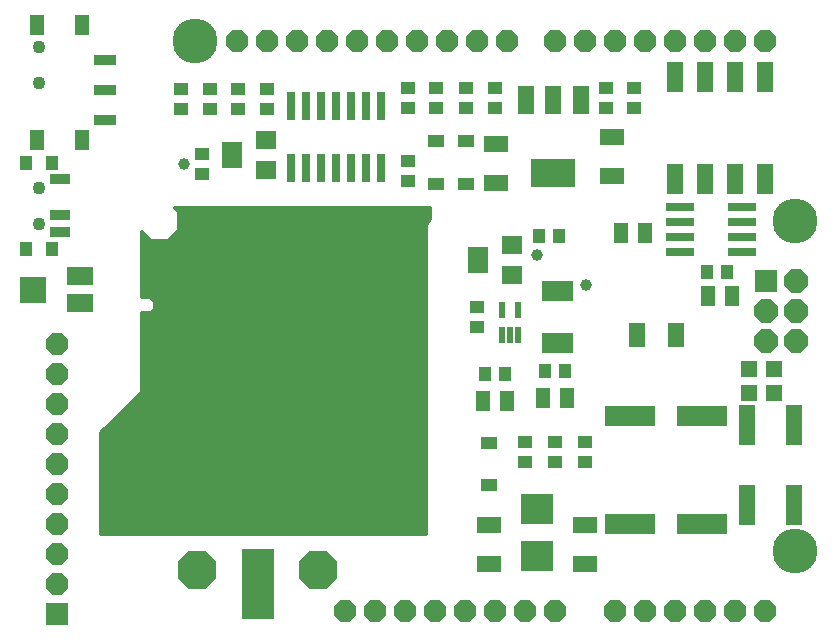
<source format=gts>
G75*
G70*
%OFA0B0*%
%FSLAX24Y24*%
%IPPOS*%
%LPD*%
%AMOC8*
5,1,8,0,0,1.08239X$1,22.5*
%
%ADD10C,0.0100*%
%ADD11R,0.0316X0.0946*%
%ADD12R,0.0867X0.0592*%
%ADD13R,0.0867X0.0867*%
%ADD14R,0.0710X0.0592*%
%ADD15R,0.0710X0.0867*%
%ADD16OC8,0.0740*%
%ADD17OC8,0.0780*%
%ADD18R,0.0780X0.0780*%
%ADD19C,0.1494*%
%ADD20R,0.1064X0.0986*%
%ADD21R,0.0500X0.0430*%
%ADD22R,0.0820X0.0560*%
%ADD23R,0.0560X0.0820*%
%ADD24R,0.1655X0.0710*%
%ADD25R,0.0946X0.0316*%
%ADD26R,0.0460X0.0680*%
%ADD27R,0.0430X0.0500*%
%ADD28R,0.0525X0.1041*%
%ADD29R,0.0220X0.0540*%
%ADD30R,0.0560X0.0440*%
%ADD31R,0.0250X0.0670*%
%ADD32C,0.0434*%
%ADD33R,0.0671X0.0356*%
%ADD34R,0.0395X0.0474*%
%ADD35OC8,0.0730*%
%ADD36R,0.0730X0.0730*%
%ADD37R,0.0749X0.0356*%
%ADD38R,0.0513X0.0690*%
%ADD39R,0.1080X0.2380*%
%ADD40OC8,0.1290*%
%ADD41C,0.0395*%
%ADD42R,0.0552X0.0552*%
%ADD43R,0.0552X0.1340*%
%ADD44R,0.0560X0.0960*%
%ADD45R,0.1497X0.0946*%
D10*
X004821Y004050D02*
X004821Y007450D01*
X006171Y008800D01*
X006171Y011450D01*
X006510Y011450D01*
X006621Y011562D01*
X006621Y011809D01*
X006480Y011950D01*
X006171Y011950D01*
X006171Y014150D01*
X006471Y013850D01*
X007071Y013850D01*
X007421Y014200D01*
X007421Y014800D01*
X007271Y014950D01*
X015821Y014950D01*
X015821Y014550D01*
X015721Y014450D01*
X015671Y014300D01*
X015671Y004050D01*
X004821Y004050D01*
X004821Y004145D02*
X015671Y004145D01*
X015671Y004243D02*
X004821Y004243D01*
X004821Y004342D02*
X015671Y004342D01*
X015671Y004440D02*
X004821Y004440D01*
X004821Y004539D02*
X015671Y004539D01*
X015671Y004637D02*
X004821Y004637D01*
X004821Y004736D02*
X015671Y004736D01*
X015671Y004834D02*
X004821Y004834D01*
X004821Y004933D02*
X015671Y004933D01*
X015671Y005031D02*
X004821Y005031D01*
X004821Y005130D02*
X015671Y005130D01*
X015671Y005228D02*
X004821Y005228D01*
X004821Y005327D02*
X015671Y005327D01*
X015671Y005425D02*
X004821Y005425D01*
X004821Y005524D02*
X015671Y005524D01*
X015671Y005622D02*
X004821Y005622D01*
X004821Y005721D02*
X015671Y005721D01*
X015671Y005819D02*
X004821Y005819D01*
X004821Y005918D02*
X015671Y005918D01*
X015671Y006016D02*
X004821Y006016D01*
X004821Y006115D02*
X015671Y006115D01*
X015671Y006213D02*
X004821Y006213D01*
X004821Y006312D02*
X015671Y006312D01*
X015671Y006410D02*
X004821Y006410D01*
X004821Y006509D02*
X015671Y006509D01*
X015671Y006607D02*
X004821Y006607D01*
X004821Y006706D02*
X015671Y006706D01*
X015671Y006804D02*
X004821Y006804D01*
X004821Y006903D02*
X015671Y006903D01*
X015671Y007001D02*
X004821Y007001D01*
X004821Y007100D02*
X015671Y007100D01*
X015671Y007198D02*
X004821Y007198D01*
X004821Y007297D02*
X015671Y007297D01*
X015671Y007395D02*
X004821Y007395D01*
X004865Y007494D02*
X015671Y007494D01*
X015671Y007592D02*
X004963Y007592D01*
X005062Y007691D02*
X015671Y007691D01*
X015671Y007789D02*
X005160Y007789D01*
X005259Y007888D02*
X015671Y007888D01*
X015671Y007986D02*
X005357Y007986D01*
X005456Y008085D02*
X015671Y008085D01*
X015671Y008183D02*
X005554Y008183D01*
X005653Y008282D02*
X015671Y008282D01*
X015671Y008380D02*
X005751Y008380D01*
X005850Y008479D02*
X015671Y008479D01*
X015671Y008577D02*
X005948Y008577D01*
X006047Y008676D02*
X015671Y008676D01*
X015671Y008774D02*
X006145Y008774D01*
X006171Y008873D02*
X015671Y008873D01*
X015671Y008971D02*
X006171Y008971D01*
X006171Y009070D02*
X015671Y009070D01*
X015671Y009168D02*
X006171Y009168D01*
X006171Y009267D02*
X015671Y009267D01*
X015671Y009365D02*
X006171Y009365D01*
X006171Y009464D02*
X015671Y009464D01*
X015671Y009562D02*
X006171Y009562D01*
X006171Y009661D02*
X015671Y009661D01*
X015671Y009759D02*
X006171Y009759D01*
X006171Y009858D02*
X015671Y009858D01*
X015671Y009956D02*
X006171Y009956D01*
X006171Y010055D02*
X015671Y010055D01*
X015671Y010153D02*
X006171Y010153D01*
X006171Y010252D02*
X015671Y010252D01*
X015671Y010350D02*
X006171Y010350D01*
X006171Y010449D02*
X015671Y010449D01*
X015671Y010547D02*
X006171Y010547D01*
X006171Y010646D02*
X015671Y010646D01*
X015671Y010744D02*
X006171Y010744D01*
X006171Y010843D02*
X015671Y010843D01*
X015671Y010941D02*
X006171Y010941D01*
X006171Y011040D02*
X015671Y011040D01*
X015671Y011138D02*
X006171Y011138D01*
X006171Y011237D02*
X015671Y011237D01*
X015671Y011335D02*
X006171Y011335D01*
X006171Y011434D02*
X015671Y011434D01*
X015671Y011532D02*
X006592Y011532D01*
X006621Y011631D02*
X015671Y011631D01*
X015671Y011729D02*
X006621Y011729D01*
X006603Y011828D02*
X015671Y011828D01*
X015671Y011926D02*
X006504Y011926D01*
X006171Y012025D02*
X015671Y012025D01*
X015671Y012123D02*
X006171Y012123D01*
X006171Y012222D02*
X015671Y012222D01*
X015671Y012320D02*
X006171Y012320D01*
X006171Y012419D02*
X015671Y012419D01*
X015671Y012517D02*
X006171Y012517D01*
X006171Y012616D02*
X015671Y012616D01*
X015671Y012714D02*
X006171Y012714D01*
X006171Y012813D02*
X015671Y012813D01*
X015671Y012911D02*
X006171Y012911D01*
X006171Y013010D02*
X015671Y013010D01*
X015671Y013108D02*
X006171Y013108D01*
X006171Y013207D02*
X015671Y013207D01*
X015671Y013305D02*
X006171Y013305D01*
X006171Y013404D02*
X015671Y013404D01*
X015671Y013502D02*
X006171Y013502D01*
X006171Y013601D02*
X015671Y013601D01*
X015671Y013699D02*
X006171Y013699D01*
X006171Y013798D02*
X015671Y013798D01*
X015671Y013896D02*
X007117Y013896D01*
X007216Y013995D02*
X015671Y013995D01*
X015671Y014093D02*
X007314Y014093D01*
X007413Y014192D02*
X015671Y014192D01*
X015671Y014290D02*
X007421Y014290D01*
X007421Y014389D02*
X015701Y014389D01*
X015758Y014487D02*
X007421Y014487D01*
X007421Y014586D02*
X015821Y014586D01*
X015821Y014684D02*
X007421Y014684D01*
X007421Y014783D02*
X015821Y014783D01*
X015821Y014881D02*
X007340Y014881D01*
X006228Y014093D02*
X006171Y014093D01*
X006171Y013995D02*
X006327Y013995D01*
X006425Y013896D02*
X006171Y013896D01*
D11*
X011171Y016276D03*
X011671Y016276D03*
X012171Y016276D03*
X012671Y016276D03*
X013171Y016276D03*
X013671Y016276D03*
X014171Y016276D03*
X014171Y018324D03*
X013671Y018324D03*
X013171Y018324D03*
X012671Y018324D03*
X012171Y018324D03*
X011671Y018324D03*
X011171Y018324D03*
D12*
X004159Y012653D03*
X004159Y011747D03*
D13*
X002584Y012200D03*
D14*
X010342Y016200D03*
X010342Y017200D03*
X018542Y013700D03*
X018542Y012700D03*
D15*
X017401Y013200D03*
X009201Y016700D03*
D16*
X009371Y020500D03*
X010371Y020500D03*
X011371Y020500D03*
X012371Y020500D03*
X013371Y020500D03*
X014371Y020500D03*
X015371Y020500D03*
X016371Y020500D03*
X017371Y020500D03*
X018371Y020500D03*
X019971Y020500D03*
X020971Y020500D03*
X021971Y020500D03*
X022971Y020500D03*
X023971Y020500D03*
X024971Y020500D03*
X025971Y020500D03*
X026971Y020500D03*
X026971Y001500D03*
X025971Y001500D03*
X024971Y001500D03*
X023971Y001500D03*
X022971Y001500D03*
X021971Y001500D03*
X019971Y001500D03*
X018971Y001500D03*
X017971Y001500D03*
X016971Y001500D03*
X015971Y001500D03*
X014971Y001500D03*
X013971Y001500D03*
X012971Y001500D03*
D17*
X027021Y010500D03*
X028021Y010500D03*
X028021Y011500D03*
X027021Y011500D03*
X028021Y012500D03*
D18*
X027021Y012500D03*
D19*
X027971Y014500D03*
X027971Y003500D03*
X007971Y020500D03*
D20*
X019371Y004887D03*
X019371Y003313D03*
D21*
X018971Y006460D03*
X018971Y007140D03*
X019971Y007140D03*
X019971Y006460D03*
X020971Y006460D03*
X020971Y007140D03*
X017371Y010960D03*
X017371Y011640D03*
X015071Y015810D03*
X015071Y016490D03*
X015071Y018260D03*
X015071Y018940D03*
X016021Y018940D03*
X016021Y018260D03*
X017021Y018260D03*
X017021Y018940D03*
X017971Y018940D03*
X017971Y018260D03*
X021671Y018260D03*
X021671Y018940D03*
X022621Y018940D03*
X022621Y018260D03*
X010371Y018210D03*
X010371Y018890D03*
X009421Y018890D03*
X009421Y018210D03*
X008471Y018210D03*
X008471Y018890D03*
X007521Y018890D03*
X007521Y018210D03*
X008221Y016740D03*
X008221Y016060D03*
D22*
X018021Y015750D03*
X018021Y017050D03*
X021871Y017300D03*
X021871Y016000D03*
X020971Y004350D03*
X020971Y003050D03*
X017771Y003050D03*
X017771Y004350D03*
D23*
X022721Y010700D03*
X024021Y010700D03*
D24*
X024872Y008000D03*
X022471Y008000D03*
X022471Y004400D03*
X024872Y004400D03*
D25*
X024148Y013450D03*
X024148Y013950D03*
X024148Y014450D03*
X024148Y014950D03*
X026195Y014950D03*
X026195Y014450D03*
X026195Y013950D03*
X026195Y013450D03*
D26*
X025881Y012000D03*
X025061Y012000D03*
X022981Y014100D03*
X022161Y014100D03*
X020381Y008600D03*
X019561Y008600D03*
X018381Y008500D03*
X017561Y008500D03*
D27*
X017631Y009400D03*
X018311Y009400D03*
X019631Y009500D03*
X020311Y009500D03*
X025031Y012800D03*
X025711Y012800D03*
X020111Y014000D03*
X019431Y014000D03*
D28*
X023971Y015907D03*
X024971Y015907D03*
X025971Y015907D03*
X026971Y015907D03*
X026971Y019293D03*
X025971Y019293D03*
X024971Y019293D03*
X023971Y019293D03*
D29*
X018731Y011510D03*
X018211Y011510D03*
X018211Y010690D03*
X018471Y010690D03*
X018731Y010690D03*
D30*
X017771Y007109D03*
X017771Y005691D03*
X017021Y015741D03*
X016021Y015741D03*
X016021Y017159D03*
X017021Y017159D03*
D31*
X019691Y012160D03*
X019941Y012160D03*
X020201Y012160D03*
X020451Y012160D03*
X020451Y010440D03*
X020201Y010440D03*
X019941Y010440D03*
X019691Y010440D03*
D32*
X002771Y014409D03*
X002771Y015591D03*
X002771Y019109D03*
X002771Y020291D03*
D33*
X003460Y015886D03*
X003460Y014705D03*
X003460Y014114D03*
D34*
X003205Y013563D03*
X002338Y013563D03*
X002338Y016437D03*
X003205Y016437D03*
D35*
X003371Y010400D03*
X003371Y009400D03*
X003371Y008400D03*
X003371Y007400D03*
X003371Y006400D03*
X003371Y005400D03*
X003371Y004400D03*
X003371Y003400D03*
X003371Y002400D03*
D36*
X003371Y001400D03*
D37*
X004987Y017848D03*
X004987Y018848D03*
X004987Y019848D03*
D38*
X004221Y021019D03*
X002721Y021019D03*
X002721Y017181D03*
X004221Y017181D03*
D39*
X010071Y002400D03*
D40*
X008059Y002860D03*
X012084Y002860D03*
D41*
X021021Y012350D03*
X019371Y013350D03*
X007621Y016400D03*
D42*
X026458Y009550D03*
X027285Y009550D03*
X027285Y008750D03*
X026458Y008750D03*
D43*
X026384Y007689D03*
X027959Y007689D03*
X027959Y005011D03*
X026384Y005011D03*
D44*
X020831Y018520D03*
X019921Y018520D03*
X019011Y018520D03*
D45*
X019921Y016080D03*
M02*

</source>
